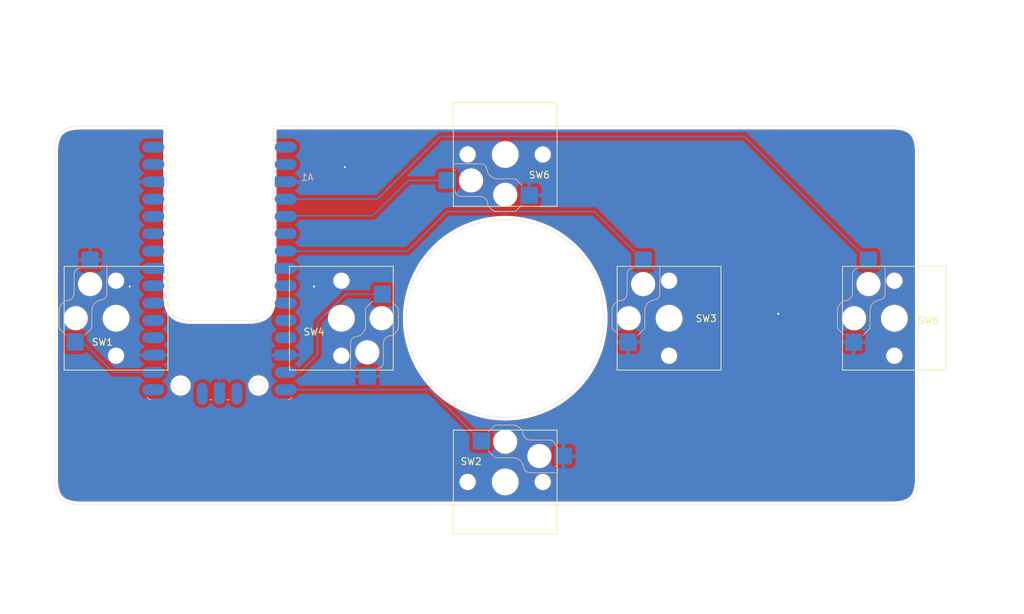
<source format=kicad_pcb>
(kicad_pcb (version 20241229) (generator "pcbnew") (generator_version "9.0")
  (title_block (title "DPedal"))
  (layers (0 "F.Cu" signal) (2 "B.Cu" signal) (13 "F.Paste" user) (15 "B.Paste" user) (5 "F.SilkS" user "F.Silkscreen") (7 "B.SilkS" user "B.Silkscreen") (1 "F.Mask" user) (3 "B.Mask" user) (25 "Edge.Cuts" user))
  (net 0 "")
  (net 1 "button_right")
  (net 5 "button_left")
  (net 9 "dpad_left")
  (net 12 "dpad_right")
  (net 16 "dpad_up")
  (net 17 "dpad_down")
  (net 27 "GND")
  (footprint "PCM_Switch_Keyboard_Hotswap_Kailh:SW_Hotswap_Kailh_Choc_V1" (layer "F.Cu") (at 224 136.65 90)
    (property "Reference" "SW5" (at -0.35 5 0) (layer "F.SilkS"))
    (property "Value" "SW_Push")
    (fp_line (start 7.6 -7.6) (end -7.6 -7.6) (stroke (width 0.12)) (layer "F.SilkS"))
    (fp_line (start -7.6 -7.6) (end -7.6 7.6) (stroke (width 0.12)) (layer "F.SilkS"))
    (fp_line (start 7.6 7.6) (end 7.6 -7.6) (stroke (width 0.12)) (layer "F.SilkS"))
    (fp_line (start -7.6 7.6) (end 7.6 7.6) (stroke (width 0.12)) (layer "F.SilkS"))
    (fp_line (start 1.268 -8.346) (end 1.671 -8.266) (stroke (width 0.12)) (layer "B.SilkS"))
    (fp_line (start -1.479 -8.346) (end 1.268 -8.346) (stroke (width 0.12)) (layer "B.SilkS"))
    (fp_line (start 1.671 -8.266) (end 2.013 -8.037) (stroke (width 0.12)) (layer "B.SilkS"))
    (fp_line (start 2.013 -8.037) (end 2.546 -7.504) (stroke (width 0.12)) (layer "B.SilkS"))
    (fp_line (start 2.546 -7.504) (end 2.546 -7.282) (stroke (width 0.12)) (layer "B.SilkS"))
    (fp_line (start -2.416 -7.409) (end -1.479 -8.346) (stroke (width 0.12)) (layer "B.SilkS"))
    (fp_line (start 2.546 -7.282) (end 2.633 -6.844) (stroke (width 0.12)) (layer "B.SilkS"))
    (fp_line (start 2.633 -6.844) (end 2.877 -6.477) (stroke (width 0.12)) (layer "B.SilkS"))
    (fp_line (start 2.877 -6.477) (end 3.244 -6.233) (stroke (width 0.12)) (layer "B.SilkS"))
    (fp_line (start 3.244 -6.233) (end 3.682 -6.146) (stroke (width 0.12)) (layer "B.SilkS"))
    (fp_line (start 6.482 -6.146) (end 6.809 -6.081) (stroke (width 0.12)) (layer "B.SilkS"))
    (fp_line (start 3.682 -6.146) (end 6.482 -6.146) (stroke (width 0.12)) (layer "B.SilkS"))
    (fp_line (start 6.809 -6.081) (end 7.092 -5.892) (stroke (width 0.12)) (layer "B.SilkS"))
    (fp_line (start 7.092 -5.892) (end 7.281 -5.609) (stroke (width 0.12)) (layer "B.SilkS"))
    (fp_line (start 7.281 -5.609) (end 7.366 -5.182) (stroke (width 0.12)) (layer "B.SilkS"))
    (fp_line (start 1.168 -3.554) (end -1.479 -3.554) (stroke (width 0.12)) (layer "B.SilkS"))
    (fp_line (start -1.479 -3.554) (end -2.5 -4.575) (stroke (width 0.12)) (layer "B.SilkS"))
    (fp_line (start 1.73 -3.449) (end 1.168 -3.554) (stroke (width 0.12)) (layer "B.SilkS"))
    (fp_line (start 2.209 -3.15) (end 1.73 -3.449) (stroke (width 0.12)) (layer "B.SilkS"))
    (fp_line (start 2.547 -2.697) (end 2.209 -3.15) (stroke (width 0.12)) (layer "B.SilkS"))
    (fp_line (start 7.646 -2.296) (end 7.646 -1.354) (stroke (width 0.12)) (layer "B.SilkS"))
    (fp_line (start 7.283 -2.296) (end 7.646 -2.296) (stroke (width 0.12)) (layer "B.SilkS"))
    (fp_line (start 2.701 -2.139) (end 2.547 -2.697) (stroke (width 0.12)) (layer "B.SilkS"))
    (fp_line (start 2.783 -1.841) (end 2.701 -2.139) (stroke (width 0.12)) (layer "B.SilkS"))
    (fp_line (start 2.976 -1.583) (end 2.783 -1.841) (stroke (width 0.12)) (layer "B.SilkS"))
    (fp_line (start 3.25 -1.413) (end 2.976 -1.583) (stroke (width 0.12)) (layer "B.SilkS"))
    (fp_line (start 7.646 -1.354) (end 3.56 -1.354) (stroke (width 0.12)) (layer "B.SilkS"))
    (fp_line (start 3.56 -1.354) (end 3.25 -1.413) (stroke (width 0.12)) (layer "B.SilkS"))
    (pad "" np_thru_hole circle (at -5.5 0 90) (size 1.9 1.9) (drill 1.9) (layers "*.Cu" "*.Mask"))
    (pad "" np_thru_hole circle (at 0 -5.9 90) (size 3.05 3.05) (drill 3.05) (layers "*.Cu" "*.Mask"))
    (pad "" np_thru_hole circle (at 0 0 90) (size 3.45 3.45) (drill 3.45) (layers "*.Cu" "*.Mask"))
    (pad "" np_thru_hole circle (at 5 -3.8 90) (size 3.05 3.05) (drill 3.05) (layers "*.Cu" "*.Mask"))
    (pad "" np_thru_hole circle (at 5.5 0 90) (size 1.9 1.9) (drill 1.9) (layers "*.Cu" "*.Mask"))
    (pad "1" smd roundrect (at -3.5 -6 90) (size 2.55 2.5) (layers "B.Cu" "B.Mask" "B.Paste") (roundrect_rratio 0.1) (net 27 "GND"))
    (pad "2" smd roundrect (at 8.5 -3.8 90) (size 2.55 2.5) (layers "B.Cu" "B.Mask" "B.Paste") (roundrect_rratio 0.1) (net 1 "button_right"))
  )
  (footprint "PCM_Switch_Keyboard_Hotswap_Kailh:SW_Hotswap_Kailh_Choc_V1" (layer "F.Cu") (at 191 136.65 90)
    (property "Reference" "SW3" (at -0.035034 5.437138 180) (layer "F.SilkS"))
    (property "Value" "SW_Push")
    (fp_line (start 7.6 -7.6) (end -7.6 -7.6) (stroke (width 0.12)) (layer "F.SilkS"))
    (fp_line (start -7.6 -7.6) (end -7.6 7.6) (stroke (width 0.12)) (layer "F.SilkS"))
    (fp_line (start 7.6 7.6) (end 7.6 -7.6) (stroke (width 0.12)) (layer "F.SilkS"))
    (fp_line (start -7.6 7.6) (end 7.6 7.6) (stroke (width 0.12)) (layer "F.SilkS"))
    (fp_line (start 1.268 -8.346) (end 1.671 -8.266) (stroke (width 0.12)) (layer "B.SilkS"))
    (fp_line (start -1.479 -8.346) (end 1.268 -8.346) (stroke (width 0.12)) (layer "B.SilkS"))
    (fp_line (start 1.671 -8.266) (end 2.013 -8.037) (stroke (width 0.12)) (layer "B.SilkS"))
    (fp_line (start 2.013 -8.037) (end 2.546 -7.504) (stroke (width 0.12)) (layer "B.SilkS"))
    (fp_line (start 2.546 -7.504) (end 2.546 -7.282) (stroke (width 0.12)) (layer "B.SilkS"))
    (fp_line (start -2.416 -7.409) (end -1.479 -8.346) (stroke (width 0.12)) (layer "B.SilkS"))
    (fp_line (start 2.546 -7.282) (end 2.633 -6.844) (stroke (width 0.12)) (layer "B.SilkS"))
    (fp_line (start 2.633 -6.844) (end 2.877 -6.477) (stroke (width 0.12)) (layer "B.SilkS"))
    (fp_line (start 2.877 -6.477) (end 3.244 -6.233) (stroke (width 0.12)) (layer "B.SilkS"))
    (fp_line (start 3.244 -6.233) (end 3.682 -6.146) (stroke (width 0.12)) (layer "B.SilkS"))
    (fp_line (start 6.482 -6.146) (end 6.809 -6.081) (stroke (width 0.12)) (layer "B.SilkS"))
    (fp_line (start 3.682 -6.146) (end 6.482 -6.146) (stroke (width 0.12)) (layer "B.SilkS"))
    (fp_line (start 6.809 -6.081) (end 7.092 -5.892) (stroke (width 0.12)) (layer "B.SilkS"))
    (fp_line (start 7.092 -5.892) (end 7.281 -5.609) (stroke (width 0.12)) (layer "B.SilkS"))
    (fp_line (start 7.281 -5.609) (end 7.366 -5.182) (stroke (width 0.12)) (layer "B.SilkS"))
    (fp_line (start 1.168 -3.554) (end -1.479 -3.554) (stroke (width 0.12)) (layer "B.SilkS"))
    (fp_line (start -1.479 -3.554) (end -2.5 -4.575) (stroke (width 0.12)) (layer "B.SilkS"))
    (fp_line (start 1.73 -3.449) (end 1.168 -3.554) (stroke (width 0.12)) (layer "B.SilkS"))
    (fp_line (start 2.209 -3.15) (end 1.73 -3.449) (stroke (width 0.12)) (layer "B.SilkS"))
    (fp_line (start 2.547 -2.697) (end 2.209 -3.15) (stroke (width 0.12)) (layer "B.SilkS"))
    (fp_line (start 7.646 -2.296) (end 7.646 -1.354) (stroke (width 0.12)) (layer "B.SilkS"))
    (fp_line (start 7.283 -2.296) (end 7.646 -2.296) (stroke (width 0.12)) (layer "B.SilkS"))
    (fp_line (start 2.701 -2.139) (end 2.547 -2.697) (stroke (width 0.12)) (layer "B.SilkS"))
    (fp_line (start 2.783 -1.841) (end 2.701 -2.139) (stroke (width 0.12)) (layer "B.SilkS"))
    (fp_line (start 2.976 -1.583) (end 2.783 -1.841) (stroke (width 0.12)) (layer "B.SilkS"))
    (fp_line (start 3.25 -1.413) (end 2.976 -1.583) (stroke (width 0.12)) (layer "B.SilkS"))
    (fp_line (start 7.646 -1.354) (end 3.56 -1.354) (stroke (width 0.12)) (layer "B.SilkS"))
    (fp_line (start 3.56 -1.354) (end 3.25 -1.413) (stroke (width 0.12)) (layer "B.SilkS"))
    (pad "" np_thru_hole circle (at -5.5 0 90) (size 1.9 1.9) (drill 1.9) (layers "*.Cu" "*.Mask"))
    (pad "" np_thru_hole circle (at 0 -5.9 90) (size 3.05 3.05) (drill 3.05) (layers "*.Cu" "*.Mask"))
    (pad "" np_thru_hole circle (at 0 0 90) (size 3.45 3.45) (drill 3.45) (layers "*.Cu" "*.Mask"))
    (pad "" np_thru_hole circle (at 5 -3.8 90) (size 3.05 3.05) (drill 3.05) (layers "*.Cu" "*.Mask"))
    (pad "" np_thru_hole circle (at 5.5 0 90) (size 1.9 1.9) (drill 1.9) (layers "*.Cu" "*.Mask"))
    (pad "1" smd roundrect (at -3.5 -6 90) (size 2.55 2.5) (layers "B.Cu" "B.Mask" "B.Paste") (roundrect_rratio 0.1) (net 27 "GND"))
    (pad "2" smd roundrect (at 8.5 -3.8 90) (size 2.55 2.5) (layers "B.Cu" "B.Mask" "B.Paste") (roundrect_rratio 0.1) (net 12 "dpad_right"))
  )
  (footprint "PCM_Switch_Keyboard_Hotswap_Kailh:SW_Hotswap_Kailh_Choc_V1" (layer "F.Cu") (at 110 136.65 90)
    (property "Reference" "SW1" (at -3.5 -2 180) (layer "F.SilkS"))
    (property "Value" "SW_Push")
    (fp_line (start 7.6 -7.6) (end -7.6 -7.6) (stroke (width 0.12)) (layer "F.SilkS"))
    (fp_line (start -7.6 -7.6) (end -7.6 7.6) (stroke (width 0.12)) (layer "F.SilkS"))
    (fp_line (start 7.6 7.6) (end 7.6 -7.6) (stroke (width 0.12)) (layer "F.SilkS"))
    (fp_line (start -7.6 7.6) (end 7.6 7.6) (stroke (width 0.12)) (layer "F.SilkS"))
    (fp_line (start 1.268 -8.346) (end 1.671 -8.266) (stroke (width 0.12)) (layer "B.SilkS"))
    (fp_line (start -1.479 -8.346) (end 1.268 -8.346) (stroke (width 0.12)) (layer "B.SilkS"))
    (fp_line (start 1.671 -8.266) (end 2.013 -8.037) (stroke (width 0.12)) (layer "B.SilkS"))
    (fp_line (start 2.013 -8.037) (end 2.546 -7.504) (stroke (width 0.12)) (layer "B.SilkS"))
    (fp_line (start 2.546 -7.504) (end 2.546 -7.282) (stroke (width 0.12)) (layer "B.SilkS"))
    (fp_line (start -2.416 -7.409) (end -1.479 -8.346) (stroke (width 0.12)) (layer "B.SilkS"))
    (fp_line (start 2.546 -7.282) (end 2.633 -6.844) (stroke (width 0.12)) (layer "B.SilkS"))
    (fp_line (start 2.633 -6.844) (end 2.877 -6.477) (stroke (width 0.12)) (layer "B.SilkS"))
    (fp_line (start 2.877 -6.477) (end 3.244 -6.233) (stroke (width 0.12)) (layer "B.SilkS"))
    (fp_line (start 3.244 -6.233) (end 3.682 -6.146) (stroke (width 0.12)) (layer "B.SilkS"))
    (fp_line (start 6.482 -6.146) (end 6.809 -6.081) (stroke (width 0.12)) (layer "B.SilkS"))
    (fp_line (start 3.682 -6.146) (end 6.482 -6.146) (stroke (width 0.12)) (layer "B.SilkS"))
    (fp_line (start 6.809 -6.081) (end 7.092 -5.892) (stroke (width 0.12)) (layer "B.SilkS"))
    (fp_line (start 7.092 -5.892) (end 7.281 -5.609) (stroke (width 0.12)) (layer "B.SilkS"))
    (fp_line (start 7.281 -5.609) (end 7.366 -5.182) (stroke (width 0.12)) (layer "B.SilkS"))
    (fp_line (start 1.168 -3.554) (end -1.479 -3.554) (stroke (width 0.12)) (layer "B.SilkS"))
    (fp_line (start -1.479 -3.554) (end -2.5 -4.575) (stroke (width 0.12)) (layer "B.SilkS"))
    (fp_line (start 1.73 -3.449) (end 1.168 -3.554) (stroke (width 0.12)) (layer "B.SilkS"))
    (fp_line (start 2.209 -3.15) (end 1.73 -3.449) (stroke (width 0.12)) (layer "B.SilkS"))
    (fp_line (start 2.547 -2.697) (end 2.209 -3.15) (stroke (width 0.12)) (layer "B.SilkS"))
    (fp_line (start 7.646 -2.296) (end 7.646 -1.354) (stroke (width 0.12)) (layer "B.SilkS"))
    (fp_line (start 7.283 -2.296) (end 7.646 -2.296) (stroke (width 0.12)) (layer "B.SilkS"))
    (fp_line (start 2.701 -2.139) (end 2.547 -2.697) (stroke (width 0.12)) (layer "B.SilkS"))
    (fp_line (start 2.783 -1.841) (end 2.701 -2.139) (stroke (width 0.12)) (layer "B.SilkS"))
    (fp_line (start 2.976 -1.583) (end 2.783 -1.841) (stroke (width 0.12)) (layer "B.SilkS"))
    (fp_line (start 3.25 -1.413) (end 2.976 -1.583) (stroke (width 0.12)) (layer "B.SilkS"))
    (fp_line (start 7.646 -1.354) (end 3.56 -1.354) (stroke (width 0.12)) (layer "B.SilkS"))
    (fp_line (start 3.56 -1.354) (end 3.25 -1.413) (stroke (width 0.12)) (layer "B.SilkS"))
    (pad "" np_thru_hole circle (at -5.5 0 90) (size 1.9 1.9) (drill 1.9) (layers "*.Cu" "*.Mask"))
    (pad "" np_thru_hole circle (at 0 -5.9 90) (size 3.05 3.05) (drill 3.05) (layers "*.Cu" "*.Mask"))
    (pad "" np_thru_hole circle (at 0 0 90) (size 3.45 3.45) (drill 3.45) (layers "*.Cu" "*.Mask"))
    (pad "" np_thru_hole circle (at 5 -3.8 90) (size 3.05 3.05) (drill 3.05) (layers "*.Cu" "*.Mask"))
    (pad "" np_thru_hole circle (at 5.5 0 90) (size 1.9 1.9) (drill 1.9) (layers "*.Cu" "*.Mask"))
    (pad "1" smd roundrect (at -3.5 -6 90) (size 2.55 2.5) (layers "B.Cu" "B.Mask" "B.Paste") (roundrect_rratio 0.1) (net 5 "button_left"))
    (pad "2" smd roundrect (at 8.5 -3.8 90) (size 2.55 2.5) (layers "B.Cu" "B.Mask" "B.Paste") (roundrect_rratio 0.1) (net 27 "GND"))
  )
  (footprint "PCM_Switch_Keyboard_Hotswap_Kailh:SW_Hotswap_Kailh_Choc_V1" (layer "F.Cu") (at 167 160.65)
    (property "Reference" "SW2" (at -5 -3 0) (layer "F.SilkS"))
    (property "Value" "SW_Push")
    (fp_line (start -7.6 -7.6) (end -7.6 7.6) (stroke (width 0.12)) (layer "F.SilkS"))
    (fp_line (start -7.6 7.6) (end 7.6 7.6) (stroke (width 0.12)) (layer "F.SilkS"))
    (fp_line (start 7.6 -7.6) (end -7.6 -7.6) (stroke (width 0.12)) (layer "F.SilkS"))
    (fp_line (start 7.6 7.6) (end 7.6 -7.6) (stroke (width 0.12)) (layer "F.SilkS"))
    (fp_line (start -2.416 -7.409) (end -1.479 -8.346) (stroke (width 0.12)) (layer "B.SilkS"))
    (fp_line (start -1.479 -8.346) (end 1.268 -8.346) (stroke (width 0.12)) (layer "B.SilkS"))
    (fp_line (start -1.479 -3.554) (end -2.5 -4.575) (stroke (width 0.12)) (layer "B.SilkS"))
    (fp_line (start 1.168 -3.554) (end -1.479 -3.554) (stroke (width 0.12)) (layer "B.SilkS"))
    (fp_line (start 1.268 -8.346) (end 1.671 -8.266) (stroke (width 0.12)) (layer "B.SilkS"))
    (fp_line (start 1.671 -8.266) (end 2.013 -8.037) (stroke (width 0.12)) (layer "B.SilkS"))
    (fp_line (start 1.73 -3.449) (end 1.168 -3.554) (stroke (width 0.12)) (layer "B.SilkS"))
    (fp_line (start 2.013 -8.037) (end 2.546 -7.504) (stroke (width 0.12)) (layer "B.SilkS"))
    (fp_line (start 2.209 -3.15) (end 1.73 -3.449) (stroke (width 0.12)) (layer "B.SilkS"))
    (fp_line (start 2.546 -7.504) (end 2.546 -7.282) (stroke (width 0.12)) (layer "B.SilkS"))
    (fp_line (start 2.546 -7.282) (end 2.633 -6.844) (stroke (width 0.12)) (layer "B.SilkS"))
    (fp_line (start 2.547 -2.697) (end 2.209 -3.15) (stroke (width 0.12)) (layer "B.SilkS"))
    (fp_line (start 2.633 -6.844) (end 2.877 -6.477) (stroke (width 0.12)) (layer "B.SilkS"))
    (fp_line (start 2.701 -2.139) (end 2.547 -2.697) (stroke (width 0.12)) (layer "B.SilkS"))
    (fp_line (start 2.783 -1.841) (end 2.701 -2.139) (stroke (width 0.12)) (layer "B.SilkS"))
    (fp_line (start 2.877 -6.477) (end 3.244 -6.233) (stroke (width 0.12)) (layer "B.SilkS"))
    (fp_line (start 2.976 -1.583) (end 2.783 -1.841) (stroke (width 0.12)) (layer "B.SilkS"))
    (fp_line (start 3.244 -6.233) (end 3.682 -6.146) (stroke (width 0.12)) (layer "B.SilkS"))
    (fp_line (start 3.25 -1.413) (end 2.976 -1.583) (stroke (width 0.12)) (layer "B.SilkS"))
    (fp_line (start 3.56 -1.354) (end 3.25 -1.413) (stroke (width 0.12)) (layer "B.SilkS"))
    (fp_line (start 3.682 -6.146) (end 6.482 -6.146) (stroke (width 0.12)) (layer "B.SilkS"))
    (fp_line (start 6.482 -6.146) (end 6.809 -6.081) (stroke (width 0.12)) (layer "B.SilkS"))
    (fp_line (start 6.809 -6.081) (end 7.092 -5.892) (stroke (width 0.12)) (layer "B.SilkS"))
    (fp_line (start 7.092 -5.892) (end 7.281 -5.609) (stroke (width 0.12)) (layer "B.SilkS"))
    (fp_line (start 7.281 -5.609) (end 7.366 -5.182) (stroke (width 0.12)) (layer "B.SilkS"))
    (fp_line (start 7.283 -2.296) (end 7.646 -2.296) (stroke (width 0.12)) (layer "B.SilkS"))
    (fp_line (start 7.646 -2.296) (end 7.646 -1.354) (stroke (width 0.12)) (layer "B.SilkS"))
    (fp_line (start 7.646 -1.354) (end 3.56 -1.354) (stroke (width 0.12)) (layer "B.SilkS"))
    (pad "" np_thru_hole circle (at -5.5 0) (size 1.9 1.9) (drill 1.9) (layers "*.Cu" "*.Mask"))
    (pad "" np_thru_hole circle (at 0 -5.9) (size 3.05 3.05) (drill 3.05) (layers "*.Cu" "*.Mask"))
    (pad "" np_thru_hole circle (at 0 0) (size 3.45 3.45) (drill 3.45) (layers "*.Cu" "*.Mask"))
    (pad "" np_thru_hole circle (at 5 -3.8) (size 3.05 3.05) (drill 3.05) (layers "*.Cu" "*.Mask"))
    (pad "" np_thru_hole circle (at 5.5 0) (size 1.9 1.9) (drill 1.9) (layers "*.Cu" "*.Mask"))
    (pad "1" smd roundrect (at -3.5 -6) (size 2.55 2.5) (layers "B.Cu" "B.Mask" "B.Paste") (roundrect_rratio 0.1) (net 17 "dpad_down"))
    (pad "2" smd roundrect (at 8.5 -3.8) (size 2.55 2.5) (layers "B.Cu" "B.Mask" "B.Paste") (roundrect_rratio 0.1) (net 27 "GND"))
  )
  (footprint "PCM_Switch_Keyboard_Hotswap_Kailh:SW_Hotswap_Kailh_Choc_V1" (layer "F.Cu") (at 167 112.65 180)
    (property "Reference" "SW6" (at -5 -3 0) (layer "F.SilkS"))
    (property "Value" "SW_Push")
    (fp_line (start 7.6 7.6) (end 7.6 -7.6) (stroke (width 0.12)) (layer "F.SilkS"))
    (fp_line (start 7.6 -7.6) (end -7.6 -7.6) (stroke (width 0.12)) (layer "F.SilkS"))
    (fp_line (start -7.6 7.6) (end 7.6 7.6) (stroke (width 0.12)) (layer "F.SilkS"))
    (fp_line (start -7.6 -7.6) (end -7.6 7.6) (stroke (width 0.12)) (layer "F.SilkS"))
    (fp_line (start 7.646 -1.354) (end 3.56 -1.354) (stroke (width 0.12)) (layer "B.SilkS"))
    (fp_line (start 7.646 -2.296) (end 7.646 -1.354) (stroke (width 0.12)) (layer "B.SilkS"))
    (fp_line (start 7.283 -2.296) (end 7.646 -2.296) (stroke (width 0.12)) (layer "B.SilkS"))
    (fp_line (start 7.281 -5.609) (end 7.366 -5.182) (stroke (width 0.12)) (layer "B.SilkS"))
    (fp_line (start 7.092 -5.892) (end 7.281 -5.609) (stroke (width 0.12)) (layer "B.SilkS"))
    (fp_line (start 6.809 -6.081) (end 7.092 -5.892) (stroke (width 0.12)) (layer "B.SilkS"))
    (fp_line (start 6.482 -6.146) (end 6.809 -6.081) (stroke (width 0.12)) (layer "B.SilkS"))
    (fp_line (start 3.682 -6.146) (end 6.482 -6.146) (stroke (width 0.12)) (layer "B.SilkS"))
    (fp_line (start 3.56 -1.354) (end 3.25 -1.413) (stroke (width 0.12)) (layer "B.SilkS"))
    (fp_line (start 3.25 -1.413) (end 2.976 -1.583) (stroke (width 0.12)) (layer "B.SilkS"))
    (fp_line (start 3.244 -6.233) (end 3.682 -6.146) (stroke (width 0.12)) (layer "B.SilkS"))
    (fp_line (start 2.976 -1.583) (end 2.783 -1.841) (stroke (width 0.12)) (layer "B.SilkS"))
    (fp_line (start 2.877 -6.477) (end 3.244 -6.233) (stroke (width 0.12)) (layer "B.SilkS"))
    (fp_line (start 2.783 -1.841) (end 2.701 -2.139) (stroke (width 0.12)) (layer "B.SilkS"))
    (fp_line (start 2.701 -2.139) (end 2.547 -2.697) (stroke (width 0.12)) (layer "B.SilkS"))
    (fp_line (start 2.633 -6.844) (end 2.877 -6.477) (stroke (width 0.12)) (layer "B.SilkS"))
    (fp_line (start 2.547 -2.697) (end 2.209 -3.15) (stroke (width 0.12)) (layer "B.SilkS"))
    (fp_line (start 2.546 -7.282) (end 2.633 -6.844) (stroke (width 0.12)) (layer "B.SilkS"))
    (fp_line (start 2.546 -7.504) (end 2.546 -7.282) (stroke (width 0.12)) (layer "B.SilkS"))
    (fp_line (start 2.209 -3.15) (end 1.73 -3.449) (stroke (width 0.12)) (layer "B.SilkS"))
    (fp_line (start 2.013 -8.037) (end 2.546 -7.504) (stroke (width 0.12)) (layer "B.SilkS"))
    (fp_line (start 1.73 -3.449) (end 1.168 -3.554) (stroke (width 0.12)) (layer "B.SilkS"))
    (fp_line (start 1.671 -8.266) (end 2.013 -8.037) (stroke (width 0.12)) (layer "B.SilkS"))
    (fp_line (start 1.268 -8.346) (end 1.671 -8.266) (stroke (width 0.12)) (layer "B.SilkS"))
    (fp_line (start 1.168 -3.554) (end -1.479 -3.554) (stroke (width 0.12)) (layer "B.SilkS"))
    (fp_line (start -1.479 -3.554) (end -2.5 -4.575) (stroke (width 0.12)) (layer "B.SilkS"))
    (fp_line (start -1.479 -8.346) (end 1.268 -8.346) (stroke (width 0.12)) (layer "B.SilkS"))
    (fp_line (start -2.416 -7.409) (end -1.479 -8.346) (stroke (width 0.12)) (layer "B.SilkS"))
    (pad "" np_thru_hole circle (at -5.5 0 180) (size 1.9 1.9) (drill 1.9) (layers "*.Cu" "*.Mask"))
    (pad "" np_thru_hole circle (at 0 -5.9 180) (size 3.05 3.05) (drill 3.05) (layers "*.Cu" "*.Mask"))
    (pad "" np_thru_hole circle (at 0 0 180) (size 3.45 3.45) (drill 3.45) (layers "*.Cu" "*.Mask"))
    (pad "" np_thru_hole circle (at 5 -3.8 180) (size 3.05 3.05) (drill 3.05) (layers "*.Cu" "*.Mask"))
    (pad "" np_thru_hole circle (at 5.5 0 180) (size 1.9 1.9) (drill 1.9) (layers "*.Cu" "*.Mask"))
    (pad "1" smd roundrect (at -3.5 -6 180) (size 2.55 2.5) (layers "B.Cu" "B.Mask" "B.Paste") (roundrect_rratio 0.1) (net 27 "GND"))
    (pad "2" smd roundrect (at 8.5 -3.8 180) (size 2.55 2.5) (layers "B.Cu" "B.Mask" "B.Paste") (roundrect_rratio 0.1) (net 16 "dpad_up"))
  )
  (footprint "PCM_Switch_Keyboard_Hotswap_Kailh:SW_Hotswap_Kailh_Choc_V1" (layer "F.Cu") (at 143 136.65 -90)
    (property "Reference" "SW4" (at 2 4 0) (layer "F.SilkS"))
    (property "Value" "SW_Push")
    (fp_line (start -7.6 7.6) (end 7.6 7.6) (stroke (width 0.12)) (layer "F.SilkS"))
    (fp_line (start 7.6 7.6) (end 7.6 -7.6) (stroke (width 0.12)) (layer "F.SilkS"))
    (fp_line (start -7.6 -7.6) (end -7.6 7.6) (stroke (width 0.12)) (layer "F.SilkS"))
    (fp_line (start 7.6 -7.6) (end -7.6 -7.6) (stroke (width 0.12)) (layer "F.SilkS"))
    (fp_line (start 3.56 -1.354) (end 3.25 -1.413) (stroke (width 0.12)) (layer "B.SilkS"))
    (fp_line (start 7.646 -1.354) (end 3.56 -1.354) (stroke (width 0.12)) (layer "B.SilkS"))
    (fp_line (start 3.25 -1.413) (end 2.976 -1.583) (stroke (width 0.12)) (layer "B.SilkS"))
    (fp_line (start 2.976 -1.583) (end 2.783 -1.841) (stroke (width 0.12)) (layer "B.SilkS"))
    (fp_line (start 2.783 -1.841) (end 2.701 -2.139) (stroke (width 0.12)) (layer "B.SilkS"))
    (fp_line (start 2.701 -2.139) (end 2.547 -2.697) (stroke (width 0.12)) (layer "B.SilkS"))
    (fp_line (start 7.283 -2.296) (end 7.646 -2.296) (stroke (width 0.12)) (layer "B.SilkS"))
    (fp_line (start 7.646 -2.296) (end 7.646 -1.354) (stroke (width 0.12)) (layer "B.SilkS"))
    (fp_line (start 2.547 -2.697) (end 2.209 -3.15) (stroke (width 0.12)) (layer "B.SilkS"))
    (fp_line (start 2.209 -3.15) (end 1.73 -3.449) (stroke (width 0.12)) (layer "B.SilkS"))
    (fp_line (start 1.73 -3.449) (end 1.168 -3.554) (stroke (width 0.12)) (layer "B.SilkS"))
    (fp_line (start -1.479 -3.554) (end -2.5 -4.575) (stroke (width 0.12)) (layer "B.SilkS"))
    (fp_line (start 1.168 -3.554) (end -1.479 -3.554) (stroke (width 0.12)) (layer "B.SilkS"))
    (fp_line (start 7.281 -5.609) (end 7.366 -5.182) (stroke (width 0.12)) (layer "B.SilkS"))
    (fp_line (start 7.092 -5.892) (end 7.281 -5.609) (stroke (width 0.12)) (layer "B.SilkS"))
    (fp_line (start 6.809 -6.081) (end 7.092 -5.892) (stroke (width 0.12)) (layer "B.SilkS"))
    (fp_line (start 3.682 -6.146) (end 6.482 -6.146) (stroke (width 0.12)) (layer "B.SilkS"))
    (fp_line (start 6.482 -6.146) (end 6.809 -6.081) (stroke (width 0.12)) (layer "B.SilkS"))
    (fp_line (start 3.244 -6.233) (end 3.682 -6.146) (stroke (width 0.12)) (layer "B.SilkS"))
    (fp_line (start 2.877 -6.477) (end 3.244 -6.233) (stroke (width 0.12)) (layer "B.SilkS"))
    (fp_line (start 2.633 -6.844) (end 2.877 -6.477) (stroke (width 0.12)) (layer "B.SilkS"))
    (fp_line (start 2.546 -7.282) (end 2.633 -6.844) (stroke (width 0.12)) (layer "B.SilkS"))
    (fp_line (start -2.416 -7.409) (end -1.479 -8.346) (stroke (width 0.12)) (layer "B.SilkS"))
    (fp_line (start 2.546 -7.504) (end 2.546 -7.282) (stroke (width 0.12)) (layer "B.SilkS"))
    (fp_line (start 2.013 -8.037) (end 2.546 -7.504) (stroke (width 0.12)) (layer "B.SilkS"))
    (fp_line (start 1.671 -8.266) (end 2.013 -8.037) (stroke (width 0.12)) (layer "B.SilkS"))
    (fp_line (start -1.479 -8.346) (end 1.268 -8.346) (stroke (width 0.12)) (layer "B.SilkS"))
    (fp_line (start 1.268 -8.346) (end 1.671 -8.266) (stroke (width 0.12)) (layer "B.SilkS"))
    (pad "" np_thru_hole circle (at -5.5 0 270) (size 1.9 1.9) (drill 1.9) (layers "*.Cu" "*.Mask"))
    (pad "" np_thru_hole circle (at 0 -5.9 270) (size 3.05 3.05) (drill 3.05) (layers "*.Cu" "*.Mask"))
    (pad "" np_thru_hole circle (at 0 0 270) (size 3.45 3.45) (drill 3.45) (layers "*.Cu" "*.Mask"))
    (pad "" np_thru_hole circle (at 5 -3.8 270) (size 3.05 3.05) (drill 3.05) (layers "*.Cu" "*.Mask"))
    (pad "" np_thru_hole circle (at 5.5 0 270) (size 1.9 1.9) (drill 1.9) (layers "*.Cu" "*.Mask"))
    (pad "1" smd roundrect (at -3.5 -6 270) (size 2.55 2.5) (layers "B.Cu" "B.Mask" "B.Paste") (roundrect_rratio 0.1) (net 9 "dpad_left"))
    (pad "2" smd roundrect (at 8.5 -3.8 270) (size 2.55 2.5) (layers "B.Cu" "B.Mask" "B.Paste") (roundrect_rratio 0.1) (net 27 "GND"))
  )
  (footprint "Module:RaspberryPi_Pico_SMD_HandSolder" (layer "B.Cu") (at 125.15 123 180)
    (property "Reference" "A1" (at -13.85 7 0) (layer "B.SilkS") (effects (justify left mirror)))
    (property "Value" "RaspberryPi_Pico")
    (fp_line (start 1.06 -25.61) (end 1.48 -25.61) (stroke (width 0.12)) (layer "B.SilkS"))
    (fp_line (start -1.48 -25.61) (end -1.06 -25.61) (stroke (width 0.12)) (layer "B.SilkS"))
    (fp_arc (start 10 -25.61) (mid 10.357991 -25.494003) (end 10.579676 -25.189937) (stroke (width 0.12)) (layer "B.SilkS"))
    (fp_arc (start -10.579676 -25.189937) (mid -10.357937 -25.493944) (end -10 -25.61) (stroke (width 0.12)) (layer "B.SilkS"))
    (pad "" smd rect (at -8.89 -24.13 180) (size 3.8 2.2) (drill (offset -0.8 0)) (layers "B.Paste"))
    (pad "" smd rect (at -8.89 -21.59 180) (size 3.8 2.2) (drill (offset -0.8 0)) (layers "B.Paste"))
    (pad "" smd rect (at -8.89 -19.05 180) (size 3.8 2.2) (drill (offset -0.8 0)) (layers "B.Paste"))
    (pad "" smd rect (at -8.89 -16.51 180) (size 3.8 2.2) (drill (offset -0.8 0)) (layers "B.Paste"))
    (pad "" smd rect (at -8.89 -13.97 180) (size 3.8 2.2) (drill (offset -0.8 0)) (layers "B.Paste"))
    (pad "" smd rect (at -8.89 -11.43 180) (size 3.8 2.2) (drill (offset -0.8 0)) (layers "B.Paste"))
    (pad "" smd rect (at -8.89 -8.89 180) (size 3.8 2.2) (drill (offset -0.8 0)) (layers "B.Paste"))
    (pad "" smd rect (at -8.89 -6.35 180) (size 3.8 2.2) (drill (offset -0.8 0)) (layers "B.Paste"))
    (pad "" smd rect (at -8.89 -3.81 180) (size 3.8 2.2) (drill (offset -0.8 0)) (layers "B.Paste"))
    (pad "" smd rect (at -8.89 -1.27 180) (size 3.8 2.2) (drill (offset -0.8 0)) (layers "B.Paste"))
    (pad "" smd rect (at -8.89 1.27 180) (size 3.8 2.2) (drill (offset -0.8 0)) (layers "B.Paste"))
    (pad "" smd rect (at -8.89 3.81 180) (size 3.8 2.2) (drill (offset -0.8 0)) (layers "B.Paste"))
    (pad "" smd rect (at -8.89 6.35 180) (size 3.8 2.2) (drill (offset -0.8 0)) (layers "B.Paste"))
    (pad "" smd rect (at -8.89 8.89 180) (size 3.8 2.2) (drill (offset -0.8 0)) (layers "B.Paste"))
    (pad "" smd rect (at -8.89 11.43 180) (size 3.8 2.2) (drill (offset -0.8 0)) (layers "B.Paste"))
    (pad "" smd rect (at -2.54 -23.9 180) (size 2.2 3.8) (drill (offset 0 -0.8)) (layers "B.Paste"))
    (pad "" smd rect (at 0 -23.9 180) (size 2.2 3.8) (drill (offset 0 -0.8)) (layers "B.Paste"))
    (pad "" smd rect (at 2.54 -23.9 180) (size 2.2 3.8) (drill (offset 0 -0.8)) (layers "B.Paste"))
    (pad "" smd rect (at 8.89 -24.13 180) (size 3.8 2.2) (drill (offset 0.8 0)) (layers "B.Paste"))
    (pad "" smd rect (at 8.89 -21.59 180) (size 3.8 2.2) (drill (offset 0.8 0)) (layers "B.Paste"))
    (pad "" smd rect (at 8.89 -19.05 180) (size 3.8 2.2) (drill (offset 0.8 0)) (layers "B.Paste"))
    (pad "" smd rect (at 8.89 -16.51 180) (size 3.8 2.2) (drill (offset 0.8 0)) (layers "B.Paste"))
    (pad "" smd rect (at 8.89 -13.97 180) (size 3.8 2.2) (drill (offset 0.8 0)) (layers "B.Paste"))
    (pad "" smd rect (at 8.89 -11.43 180) (size 3.8 2.2) (drill (offset 0.8 0)) (layers "B.Paste"))
    (pad "" smd rect (at 8.89 -8.89 180) (size 3.8 2.2) (drill (offset 0.8 0)) (layers "B.Paste"))
    (pad "" smd rect (at 8.89 -6.35 180) (size 3.8 2.2) (drill (offset 0.8 0)) (layers "B.Paste"))
    (pad "" smd rect (at 8.89 -3.81 180) (size 3.8 2.2) (drill (offset 0.8 0)) (layers "B.Paste"))
    (pad "" smd rect (at 8.89 -1.27 180) (size 3.8 2.2) (drill (offset 0.8 0)) (layers "B.Paste"))
    (pad "" smd rect (at 8.89 1.27 180) (size 3.8 2.2) (drill (offset 0.8 0)) (layers "B.Paste"))
    (pad "" smd rect (at 8.89 3.81 180) (size 3.8 2.2) (drill (offset 0.8 0)) (layers "B.Paste"))
    (pad "" smd rect (at 8.89 6.35 180) (size 3.8 2.2) (drill (offset 0.8 0)) (layers "B.Paste"))
    (pad "" smd rect (at 8.89 8.89 180) (size 3.8 2.2) (drill (offset 0.8 0)) (layers "B.Paste"))
    (pad "" smd rect (at 8.89 11.43 180) (size 3.8 2.2) (drill (offset 0.8 0)) (layers "B.Paste"))
    (pad "6" smd roundrect (at 9.69 11.43 180) (size 3.2 1.6) (layers "B.Cu" "B.Mask") (roundrect_rratio 0.5))
    (pad "7" smd roundrect (at 9.69 8.89 180) (size 3.2 1.6) (layers "B.Cu" "B.Mask") (roundrect_rratio 0.5))
    (pad "8" smd custom (at 9.69 6.35 180) (size 1.6 0.8) (layers "B.Cu" "B.Mask") (net 27 "GND") (options (clearance outline) (anchor rect)) (primitives (gr_circle (center 0.8 0) (end 1.6 0) (width 0) (fill yes)) (gr_poly (pts (xy -1.6 0.6) (xy -1.6 -0.6) (xy -1.4 -0.8) (xy 0.8 -0.8) (xy 0.8 0.8) (xy -1.4 0.8)) (width 0) (fill yes)) (gr_circle (center -1.4 0.6) (end -1.2 0.6) (width 0) (fill yes)) (gr_circle (center -1.4 -0.6) (end -1.2 -0.6) (width 0) (fill yes))))
    (pad "9" smd roundrect (at 9.69 3.81 180) (size 3.2 1.6) (layers "B.Cu" "B.Mask") (roundrect_rratio 0.5))
    (pad "10" smd roundrect (at 9.69 1.27 180) (size 3.2 1.6) (layers "B.Cu" "B.Mask") (roundrect_rratio 0.5))
    (pad "11" smd roundrect (at 9.69 -1.27 180) (size 3.2 1.6) (layers "B.Cu" "B.Mask") (roundrect_rratio 0.5))
    (pad "12" smd roundrect (at 9.69 -3.81 180) (size 3.2 1.6) (layers "B.Cu" "B.Mask") (roundrect_rratio 0.5))
    (pad "13" smd custom (at 9.69 -6.35 180) (size 1.6 0.8) (layers "B.Cu" "B.Mask") (net 27 "GND") (options (clearance outline) (anchor rect)) (primitives (gr_circle (center 0.8 0) (end 1.6 0) (width 0) (fill yes)) (gr_poly (pts (xy -1.6 0.6) (xy -1.6 -0.6) (xy -1.4 -0.8) (xy 0.8 -0.8) (xy 0.8 0.8) (xy -1.4 0.8)) (width 0) (fill yes)) (gr_circle (center -1.4 0.6) (end -1.2 0.6) (width 0) (fill yes)) (gr_circle (center -1.4 -0.6) (end -1.2 -0.6) (width 0) (fill yes))))
    (pad "14" smd roundrect (at 9.69 -8.89 180) (size 3.2 1.6) (layers "B.Cu" "B.Mask") (roundrect_rratio 0.5))
    (pad "15" smd roundrect (at 9.69 -11.43 180) (size 3.2 1.6) (layers "B.Cu" "B.Mask") (roundrect_rratio 0.5))
    (pad "16" smd roundrect (at 9.69 -13.97 180) (size 3.2 1.6) (layers "B.Cu" "B.Mask") (roundrect_rratio 0.5))
    (pad "17" smd roundrect (at 9.69 -16.51 180) (size 3.2 1.6) (layers "B.Cu" "B.Mask") (roundrect_rratio 0.5))
    (pad "18" smd custom (at 9.69 -19.05 180) (size 1.6 0.8) (layers "B.Cu" "B.Mask") (net 27 "GND") (options (clearance outline) (anchor rect)) (primitives (gr_circle (center 0.8 0) (end 1.6 0) (width 0) (fill yes)) (gr_poly (pts (xy -1.6 0.6) (xy -1.6 -0.6) (xy -1.4 -0.8) (xy 0.8 -0.8) (xy 0.8 0.8) (xy -1.4 0.8)) (width 0) (fill yes)) (gr_circle (center -1.4 0.6) (end -1.2 0.6) (width 0) (fill yes)) (gr_circle (center -1.4 -0.6) (end -1.2 -0.6) (width 0) (fill yes))))
    (pad "19" smd roundrect (at 9.69 -21.59 180) (size 3.2 1.6) (layers "B.Cu" "B.Mask") (roundrect_rratio 0.5) (net 5 "button_left"))
    (pad "20" smd roundrect (at 9.69 -24.13 180) (size 3.2 1.6) (layers "B.Cu" "B.Mask") (roundrect_rratio 0.5))
    (pad "21" smd roundrect (at -9.69 -24.13 180) (size 3.2 1.6) (layers "B.Cu" "B.Mask") (roundrect_rratio 0.5) (net 17 "dpad_down"))
    (pad "22" smd roundrect (at -9.69 -21.59 180) (size 3.2 1.6) (layers "B.Cu" "B.Mask") (roundrect_rratio 0.5) (net 9 "dpad_left"))
    (pad "23" smd custom (at -9.69 -19.05 180) (size 1.6 0.8) (layers "B.Cu" "B.Mask") (net 27 "GND") (options (clearance outline) (anchor rect)) (primitives (gr_circle (center -0.8 0) (end 0 0) (width 0) (fill yes)) (gr_poly (pts (xy 1.6 0.6) (xy 1.6 -0.6) (xy 1.4 -0.8) (xy -0.8 -0.8) (xy -0.8 0.8) (xy 1.4 0.8)) (width 0) (fill yes)) (gr_circle (center 1.4 0.6) (end 1.6 0.6) (width 0) (fill yes)) (gr_circle (center 1.4 -0.6) (end 1.6 -0.6) (width 0) (fill yes))))
    (pad "24" smd roundrect (at -9.69 -16.51 180) (size 3.2 1.6) (layers "B.Cu" "B.Mask") (roundrect_rratio 0.5))
    (pad "25" smd roundrect (at -9.69 -13.97 180) (size 3.2 1.6) (layers "B.Cu" "B.Mask") (roundrect_rratio 0.5))
    (pad "26" smd roundrect (at -9.69 -11.43 180) (size 3.2 1.6) (layers "B.Cu" "B.Mask") (roundrect_rratio 0.5))
    (pad "27" smd roundrect (at -9.69 -8.89 180) (size 3.2 1.6) (layers "B.Cu" "B.Mask") (roundrect_rratio 0.5))
    (pad "28" smd custom (at -9.69 -6.35 180) (size 1.6 0.8) (layers "B.Cu" "B.Mask") (net 27 "GND") (options (clearance outline) (anchor rect)) (primitives (gr_circle (center -0.8 0) (end 0 0) (width 0) (fill yes)) (gr_poly (pts (xy 1.6 0.6) (xy 1.6 -0.6) (xy 1.4 -0.8) (xy -0.8 -0.8) (xy -0.8 0.8) (xy 1.4 0.8)) (width 0) (fill yes)) (gr_circle (center 1.4 0.6) (end 1.6 0.6) (width 0) (fill yes)) (gr_circle (center 1.4 -0.6) (end 1.6 -0.6) (width 0) (fill yes))))
    (pad "29" smd roundrect (at -9.69 -3.81 180) (size 3.2 1.6) (layers "B.Cu" "B.Mask") (roundrect_rratio 0.5) (net 12 "dpad_right"))
    (pad "30" smd roundrect (at -9.69 -1.27 180) (size 3.2 1.6) (layers "B.Cu" "B.Mask") (roundrect_rratio 0.5))
    (pad "31" smd roundrect (at -9.69 1.27 180) (size 3.2 1.6) (layers "B.Cu" "B.Mask") (roundrect_rratio 0.5) (net 16 "dpad_up"))
    (pad "32" smd roundrect (at -9.69 3.81 180) (size 3.2 1.6) (layers "B.Cu" "B.Mask") (roundrect_rratio 0.5) (net 1 "button_right"))
    (pad "33" smd custom (at -9.69 6.35 180) (size 1.6 0.8) (layers "B.Cu" "B.Mask") (net 27 "GND") (options (clearance outline) (anchor rect)) (primitives (gr_circle (center -0.8 0) (end 0 0) (width 0) (fill yes)) (gr_poly (pts (xy 1.6 0.6) (xy 1.6 -0.6) (xy 1.4 -0.8) (xy -0.8 -0.8) (xy -0.8 0.8) (xy 1.4 0.8)) (width 0) (fill yes)) (gr_circle (center 1.4 0.6) (end 1.6 0.6) (width 0) (fill yes)) (gr_circle (center 1.4 -0.6) (end 1.6 -0.6) (width 0) (fill yes))))
    (pad "34" smd roundrect (at -9.69 8.89 180) (size 3.2 1.6) (layers "B.Cu" "B.Mask") (roundrect_rratio 0.5))
    (pad "35" smd roundrect (at -9.69 11.43 180) (size 3.2 1.6) (layers "B.Cu" "B.Mask") (roundrect_rratio 0.5))
    (pad "D1" smd roundrect (at 2.54 -23.9 90) (size 3.2 1.6) (drill (offset -0.8 0)) (layers "B.Cu" "B.Mask") (roundrect_rratio 0.5))
    (pad "D2" smd custom (at 0 -23.9 270) (size 1.6 1.6) (layers "B.Cu" "B.Mask") (net 27 "GND") (options (clearance outline) (anchor circle)) (primitives (gr_poly (pts (xy -0.8 0.6) (xy -0.8 -0.6) (xy -0.6 -0.8) (xy 1.6 -0.8) (xy 1.6 0.8) (xy -0.6 0.8)) (width 0) (fill yes)) (gr_circle (center -0.6 -0.6) (end -0.4 -0.6) (width 0) (fill yes)) (gr_circle (center -0.6 0.6) (end -0.4 0.6) (width 0) (fill yes)) (gr_circle (center 1.6 0) (end 2.4 0) (width 0) (fill yes))))
    (pad "D3" smd roundrect (at -2.54 -23.9 90) (size 3.2 1.6) (drill (offset -0.8 0)) (layers "B.Cu" "B.Mask") (roundrect_rratio 0.5))
  )
  (gr_curve (pts (xy 117.406957 133.00706) (xy 117.406957 136.00706) (xy 118.406957 137.00706) (xy 121.406957 137.00706)) (stroke (width 0.05)) (layer "Edge.Cuts"))
  (gr_line (start 133 108.5) (end 223.5 108.5) (stroke (width 0.05)) (layer "Edge.Cuts"))
  (gr_curve (pts (xy 101 160) (xy 101 163) (xy 102 164) (xy 105 164)) (stroke (width 0.05)) (layer "Edge.Cuts"))
  (gr_line (start 227.5 160) (end 227.5 112.5) (stroke (width 0.05)) (layer "Edge.Cuts"))
  (gr_curve (pts (xy 227.5 160) (xy 227.5 163) (xy 226.5 164) (xy 223.5 164)) (stroke (width 0.05)) (layer "Edge.Cuts"))
  (gr_line (start 223.5 164) (end 105 164) (stroke (width 0.05)) (layer "Edge.Cuts"))
  (gr_line (start 101 112.5) (end 101 160) (stroke (width 0.05)) (layer "Edge.Cuts"))
  (gr_circle (center 167 136.65) (end 181.5 136.65) (stroke (width 0.05)) (fill no) (layer "Edge.Cuts"))
  (gr_circle (center 130.85771 146.510434) (end 131.85771 146.510434) (stroke (width 0.05)) (fill no) (layer "Edge.Cuts"))
  (gr_curve (pts (xy 133 133) (xy 133 136) (xy 132 137) (xy 129 137)) (stroke (width 0.05)) (layer "Edge.Cuts"))
  (gr_line (start 121.406957 137.00706) (end 129 137) (stroke (width 0.05)) (layer "Edge.Cuts"))
  (gr_line (start 133 133) (end 133 108.5) (stroke (width 0.05)) (layer "Edge.Cuts"))
  (gr_line (start 105 108.5) (end 117.4 108.5) (stroke (width 0.05)) (layer "Edge.Cuts"))
  (gr_circle (center 119.446989 146.51443) (end 120.446989 146.51443) (stroke (width 0.05)) (fill no) (layer "Edge.Cuts"))
  (gr_line (start 117.4 108.5) (end 117.4 133) (stroke (width 0.05)) (layer "Edge.Cuts"))
  (gr_curve (pts (xy 101 112.5) (xy 101 109.5) (xy 102 108.5) (xy 105 108.5)) (stroke (width 0.05)) (layer "Edge.Cuts"))
  (gr_curve (pts (xy 223.5 108.5) (xy 226.5 108.5) (xy 227.5 109.5) (xy 227.5 112.5)) (stroke (width 0.05)) (layer "Edge.Cuts"))
  (segment (start 202.05 110) (end 220.2 128.15) (width 0.2) (layer "B.Cu") (net 1))
  (segment (start 157.5 110) (end 202.05 110) (width 0.2) (layer "B.Cu") (net 1))
  (segment (start 148.31 119.19) (end 157.5 110) (width 0.2) (layer "B.Cu") (net 1))
  (segment (start 134.84 119.19) (end 148.31 119.19) (width 0.2) (layer "B.Cu") (net 1))
  (segment (start 135.03 119) (end 134.84 119.19) (width 0.2) (layer "B.Cu") (net 1))
  (segment (start 105.15 140.15) (end 109.59 144.59) (width 0.2) (layer "B.Cu") (net 5))
  (segment (start 104 140.15) (end 105.15 140.15) (width 0.2) (layer "B.Cu") (net 5))
  (segment (start 109.59 144.59) (end 115.46 144.59) (width 0.2) (layer "B.Cu") (net 5))
  (segment (start 143.564093 133.15) (end 149 133.15) (width 0.2) (layer "B.Cu") (net 9))
  (segment (start 139.5 137.214093) (end 143.564093 133.15) (width 0.2) (layer "B.Cu") (net 9))
  (segment (start 139.5 142) (end 139.5 137.214093) (width 0.2) (layer "B.Cu") (net 9))
  (segment (start 134.84 144.59) (end 136.91 144.59) (width 0.2) (layer "B.Cu") (net 9))
  (segment (start 136.91 144.59) (end 139.5 142) (width 0.2) (layer "B.Cu") (net 9))
  (segment (start 158.5 121) (end 180.05 121) (width 0.2) (layer "B.Cu") (net 12))
  (segment (start 180.05 121) (end 187.2 128.15) (width 0.2) (layer "B.Cu") (net 12))
  (segment (start 152.69 126.81) (end 158.5 121) (width 0.2) (layer "B.Cu") (net 12))
  (segment (start 134.84 126.81) (end 152.69 126.81) (width 0.2) (layer "B.Cu") (net 12))
  (segment (start 147.645744 121.629403) (end 134.940597 121.629403) (width 0.2) (layer "B.Cu") (net 16))
  (segment (start 134.940597 121.629403) (end 134.84 121.73) (width 0.2) (layer "B.Cu") (net 16))
  (segment (start 158.5 116.45) (end 152.825147 116.45) (width 0.2) (layer "B.Cu") (net 16))
  (segment (start 152.825147 116.45) (end 147.645744 121.629403) (width 0.2) (layer "B.Cu") (net 16))
  (segment (start 134.84 147.13) (end 155.98 147.13) (width 0.2) (layer "B.Cu") (net 17))
  (segment (start 155.98 147.13) (end 163.5 154.65) (width 0.2) (layer "B.Cu") (net 17))
  (via (at 143.5 114.5) (size 0.6) (drill 0.3) (layers "F.Cu" "B.Cu") (net 27))
  (via (at 207 136) (size 0.6) (drill 0.3) (layers "F.Cu" "B.Cu") (net 27))
  (via (at 112 132) (size 0.6) (drill 0.3) (layers "F.Cu" "B.Cu") (net 27))
  (via (at 139 132) (size 0.6) (drill 0.3) (layers "F.Cu" "B.Cu") (net 27))
  (segment (start 125.15 144.15) (end 125 144) (width 0.2) (layer "B.Cu") (net 27))
  (segment (start 125.15 146.9) (end 125.15 144.15) (width 0.2) (layer "B.Cu") (net 27))
  (zone (net 27) (net_name "GND") (layers "F.Cu" "B.Cu") (name "ground plane") (connect_pads (clearance 0.5)) (min_thickness 0.25) (fill yes (thermal_gap 0.5) (thermal_bridge_width 0.5))
    (polygon (pts (xy 93 90) (xy 93 180) (xy 243 180) (xy 243 90)))
  )
)
</source>
